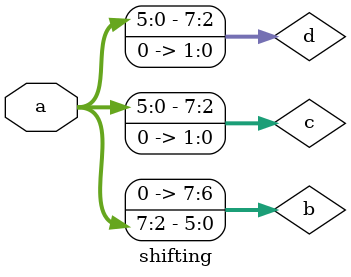
<source format=v>
module shifting(a);
  input wire [7:0] a;
  wire [7:0] b,c,d;
  assign b = a>>2;
  assign c = a<<2;
  assign d = a<<<2;
    
  always @(a)
    begin
      $monitor($time," Right Shift By 2: A=%b , B=%b",a,b);
    end 
  
   always @(a)
    begin
      $monitor($time," Left Shift By 2: A=%b , B=%b",a,c);
    end 
  
   always @(a)
    begin
       $monitor($time," Arithmatic Shift By 2: A=%b , B=%b",a,d);
    end 
   
endmodule
</source>
